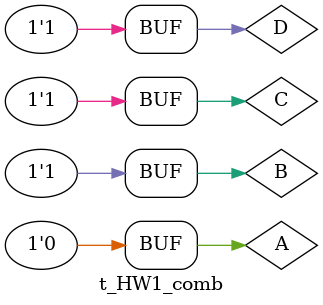
<source format=v>
`timescale 1ns / 1ps


module t_HW1_comb(
    );
    reg A, B, C, D;
    wire F1_a, F1_b, F1_c;
    //reg clk;
    // test for HW1_comb_dataflow
    HW1_comb_dataflow comb1_a(
        .A(A),
        .B(B),
        .C(C),
        .D(D),
        .F(F1_a)
    );
    // test for HW1_comb_gatelevel
    HW1_comb_gatelevel comb1_b(
        .A(A),
        .B(B),
        .C(C),
        .D(D),
        .F(F1_b)
    );
    // test for HW1_comb_hf_gatelevel
    HW1_comb_hf_gatelevel comb1_c(
        .A(A),
        .B(B),
        .C(C),
        .D(D),
        .F(F1_c)
    );
    
    initial begin
    // initial input
    A = 0;
    B = 0;
    C = 1;
    D = 1;
    //testB
    #100;
    B = 1;
    end
    
endmodule

</source>
